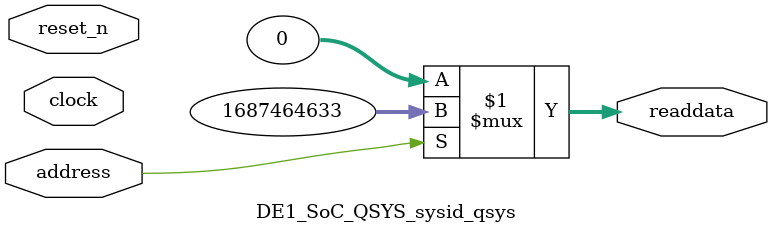
<source format=v>



// synthesis translate_off
`timescale 1ns / 1ps
// synthesis translate_on

// turn off superfluous verilog processor warnings 
// altera message_level Level1 
// altera message_off 10034 10035 10036 10037 10230 10240 10030 

module DE1_SoC_QSYS_sysid_qsys (
               // inputs:
                address,
                clock,
                reset_n,

               // outputs:
                readdata
             )
;

  output  [ 31: 0] readdata;
  input            address;
  input            clock;
  input            reset_n;

  wire    [ 31: 0] readdata;
  //control_slave, which is an e_avalon_slave
  assign readdata = address ? 1687464633 : 0;

endmodule



</source>
